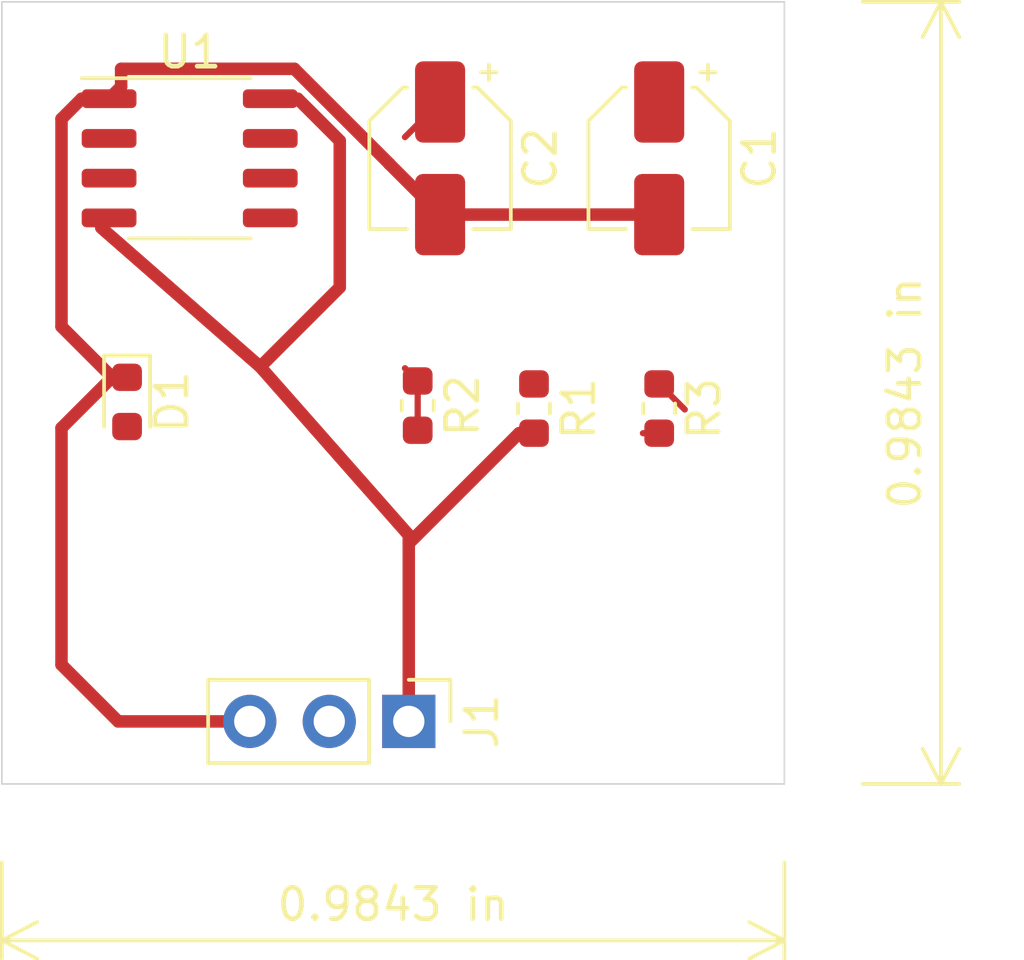
<source format=kicad_pcb>
(kicad_pcb (version 20171130) (host pcbnew "(5.1.5)-3")

  (general
    (thickness 1.6)
    (drawings 6)
    (tracks 39)
    (zones 0)
    (modules 9)
    (nets 6)
  )

  (page A4)
  (layers
    (0 F.Cu signal)
    (31 B.Cu signal hide)
    (32 B.Adhes user)
    (33 F.Adhes user)
    (34 B.Paste user)
    (35 F.Paste user)
    (36 B.SilkS user)
    (37 F.SilkS user)
    (38 B.Mask user)
    (39 F.Mask user)
    (40 Dwgs.User user)
    (41 Cmts.User user)
    (42 Eco1.User user)
    (43 Eco2.User user)
    (44 Edge.Cuts user)
    (45 Margin user)
    (46 B.CrtYd user)
    (47 F.CrtYd user)
    (48 B.Fab user)
    (49 F.Fab user)
  )

  (setup
    (last_trace_width 0.4)
    (user_trace_width 0.2)
    (user_trace_width 0.4)
    (user_trace_width 0.6)
    (user_trace_width 0.8)
    (user_trace_width 1)
    (user_trace_width 1.2)
    (user_trace_width 1.6)
    (user_trace_width 2)
    (trace_clearance 0.2)
    (zone_clearance 0.508)
    (zone_45_only no)
    (trace_min 0.1524)
    (via_size 0.6)
    (via_drill 0.3)
    (via_min_size 0.5)
    (via_min_drill 0.2)
    (user_via 0.9 0.5)
    (user_via 1.2 0.8)
    (user_via 1.4 0.9)
    (user_via 1.5 1)
    (uvia_size 0.3)
    (uvia_drill 0.1)
    (uvias_allowed no)
    (uvia_min_size 0.2)
    (uvia_min_drill 0.1)
    (edge_width 0.05)
    (segment_width 0.2)
    (pcb_text_width 0.3)
    (pcb_text_size 1.5 1.5)
    (mod_edge_width 0.12)
    (mod_text_size 1 1)
    (mod_text_width 0.15)
    (pad_size 1.524 1.524)
    (pad_drill 0.762)
    (pad_to_mask_clearance 0.051)
    (solder_mask_min_width 0.25)
    (aux_axis_origin 39.5 173)
    (grid_origin 39.5 173)
    (visible_elements 7FFDFF7F)
    (pcbplotparams
      (layerselection 0x010fc_ffffffff)
      (usegerberextensions false)
      (usegerberattributes false)
      (usegerberadvancedattributes false)
      (creategerberjobfile false)
      (excludeedgelayer true)
      (linewidth 0.100000)
      (plotframeref false)
      (viasonmask false)
      (mode 1)
      (useauxorigin false)
      (hpglpennumber 1)
      (hpglpenspeed 20)
      (hpglpendiameter 15.000000)
      (psnegative false)
      (psa4output false)
      (plotreference true)
      (plotvalue true)
      (plotinvisibletext false)
      (padsonsilk false)
      (subtractmaskfromsilk false)
      (outputformat 1)
      (mirror false)
      (drillshape 1)
      (scaleselection 1)
      (outputdirectory ""))
  )

  (net 0 "")
  (net 1 GND)
  (net 2 "Net-(C1-Pad1)")
  (net 3 /OUT)
  (net 4 "Net-(D1-Pad2)")
  (net 5 VCC)

  (net_class Default "これはデフォルトのネット クラスです。"
    (clearance 0.2)
    (trace_width 0.2)
    (via_dia 0.6)
    (via_drill 0.3)
    (uvia_dia 0.3)
    (uvia_drill 0.1)
    (add_net /OUT)
    (add_net GND)
    (add_net "Net-(C1-Pad1)")
    (add_net "Net-(D1-Pad2)")
    (add_net VCC)
  )

  (module MountingHole:MountingHole_3.2mm_M3 (layer F.Cu) (tedit 56D1B4CB) (tstamp 60C29D49)
    (at 60.5 169)
    (descr "Mounting Hole 3.2mm, no annular, M3")
    (tags "mounting hole 3.2mm no annular m3")
    (attr virtual)
    (fp_text reference MH1 (at 0 -4.2) (layer F.SilkS) hide
      (effects (font (size 1 1) (thickness 0.15)))
    )
    (fp_text value MountingHole_3.2mm_M3 (at 0 4.2) (layer F.Fab) hide
      (effects (font (size 1 1) (thickness 0.15)))
    )
    (fp_circle (center 0 0) (end 3.45 0) (layer F.CrtYd) (width 0.05))
    (fp_circle (center 0 0) (end 3.2 0) (layer Cmts.User) (width 0.15))
    (fp_text user %R (at 0.3 0) (layer F.Fab) hide
      (effects (font (size 1 1) (thickness 0.15)))
    )
    (pad 1 np_thru_hole circle (at 0 0) (size 3.2 3.2) (drill 3.2) (layers *.Cu *.Mask))
  )

  (module Capacitor_SMD:CP_Elec_4x4.5 (layer F.Cu) (tedit 5BCA39CF) (tstamp 60C2A59A)
    (at 60.5 153 270)
    (descr "SMD capacitor, aluminum electrolytic, Nichicon, 4.0x4.5mm")
    (tags "capacitor electrolytic")
    (path /60C0B832)
    (attr smd)
    (fp_text reference C1 (at 0 -3.2 90) (layer F.SilkS)
      (effects (font (size 1 1) (thickness 0.15)))
    )
    (fp_text value 0.1u (at 0 3.2 90) (layer F.Fab)
      (effects (font (size 1 1) (thickness 0.15)))
    )
    (fp_text user %R (at 0 0 90) (layer F.Fab)
      (effects (font (size 0.8 0.8) (thickness 0.12)))
    )
    (fp_line (start -3.35 1.05) (end -2.4 1.05) (layer F.CrtYd) (width 0.05))
    (fp_line (start -3.35 -1.05) (end -3.35 1.05) (layer F.CrtYd) (width 0.05))
    (fp_line (start -2.4 -1.05) (end -3.35 -1.05) (layer F.CrtYd) (width 0.05))
    (fp_line (start -2.4 1.05) (end -2.4 1.25) (layer F.CrtYd) (width 0.05))
    (fp_line (start -2.4 -1.25) (end -2.4 -1.05) (layer F.CrtYd) (width 0.05))
    (fp_line (start -2.4 -1.25) (end -1.25 -2.4) (layer F.CrtYd) (width 0.05))
    (fp_line (start -2.4 1.25) (end -1.25 2.4) (layer F.CrtYd) (width 0.05))
    (fp_line (start -1.25 -2.4) (end 2.4 -2.4) (layer F.CrtYd) (width 0.05))
    (fp_line (start -1.25 2.4) (end 2.4 2.4) (layer F.CrtYd) (width 0.05))
    (fp_line (start 2.4 1.05) (end 2.4 2.4) (layer F.CrtYd) (width 0.05))
    (fp_line (start 3.35 1.05) (end 2.4 1.05) (layer F.CrtYd) (width 0.05))
    (fp_line (start 3.35 -1.05) (end 3.35 1.05) (layer F.CrtYd) (width 0.05))
    (fp_line (start 2.4 -1.05) (end 3.35 -1.05) (layer F.CrtYd) (width 0.05))
    (fp_line (start 2.4 -2.4) (end 2.4 -1.05) (layer F.CrtYd) (width 0.05))
    (fp_line (start -2.75 -1.81) (end -2.75 -1.31) (layer F.SilkS) (width 0.12))
    (fp_line (start -3 -1.56) (end -2.5 -1.56) (layer F.SilkS) (width 0.12))
    (fp_line (start -2.26 1.195563) (end -1.195563 2.26) (layer F.SilkS) (width 0.12))
    (fp_line (start -2.26 -1.195563) (end -1.195563 -2.26) (layer F.SilkS) (width 0.12))
    (fp_line (start -2.26 -1.195563) (end -2.26 -1.06) (layer F.SilkS) (width 0.12))
    (fp_line (start -2.26 1.195563) (end -2.26 1.06) (layer F.SilkS) (width 0.12))
    (fp_line (start -1.195563 2.26) (end 2.26 2.26) (layer F.SilkS) (width 0.12))
    (fp_line (start -1.195563 -2.26) (end 2.26 -2.26) (layer F.SilkS) (width 0.12))
    (fp_line (start 2.26 -2.26) (end 2.26 -1.06) (layer F.SilkS) (width 0.12))
    (fp_line (start 2.26 2.26) (end 2.26 1.06) (layer F.SilkS) (width 0.12))
    (fp_line (start -1.374773 -1.2) (end -1.374773 -0.8) (layer F.Fab) (width 0.1))
    (fp_line (start -1.574773 -1) (end -1.174773 -1) (layer F.Fab) (width 0.1))
    (fp_line (start -2.15 1.15) (end -1.15 2.15) (layer F.Fab) (width 0.1))
    (fp_line (start -2.15 -1.15) (end -1.15 -2.15) (layer F.Fab) (width 0.1))
    (fp_line (start -2.15 -1.15) (end -2.15 1.15) (layer F.Fab) (width 0.1))
    (fp_line (start -1.15 2.15) (end 2.15 2.15) (layer F.Fab) (width 0.1))
    (fp_line (start -1.15 -2.15) (end 2.15 -2.15) (layer F.Fab) (width 0.1))
    (fp_line (start 2.15 -2.15) (end 2.15 2.15) (layer F.Fab) (width 0.1))
    (fp_circle (center 0 0) (end 2 0) (layer F.Fab) (width 0.1))
    (pad 2 smd roundrect (at 1.8 0 270) (size 2.6 1.6) (layers F.Cu F.Paste F.Mask) (roundrect_rratio 0.15625)
      (net 1 GND))
    (pad 1 smd roundrect (at -1.8 0 270) (size 2.6 1.6) (layers F.Cu F.Paste F.Mask) (roundrect_rratio 0.15625)
      (net 2 "Net-(C1-Pad1)"))
    (model ${KISYS3DMOD}/Capacitor_SMD.3dshapes/CP_Elec_4x4.5.wrl
      (at (xyz 0 0 0))
      (scale (xyz 1 1 1))
      (rotate (xyz 0 0 0))
    )
  )

  (module Capacitor_SMD:CP_Elec_4x4.5 (layer F.Cu) (tedit 5BCA39CF) (tstamp 60C2A5C2)
    (at 53.5 153 270)
    (descr "SMD capacitor, aluminum electrolytic, Nichicon, 4.0x4.5mm")
    (tags "capacitor electrolytic")
    (path /60C0B2FC)
    (attr smd)
    (fp_text reference C2 (at 0 -3.2 90) (layer F.SilkS)
      (effects (font (size 1 1) (thickness 0.15)))
    )
    (fp_text value 10u (at 0 3.2 90) (layer F.Fab)
      (effects (font (size 1 1) (thickness 0.15)))
    )
    (fp_circle (center 0 0) (end 2 0) (layer F.Fab) (width 0.1))
    (fp_line (start 2.15 -2.15) (end 2.15 2.15) (layer F.Fab) (width 0.1))
    (fp_line (start -1.15 -2.15) (end 2.15 -2.15) (layer F.Fab) (width 0.1))
    (fp_line (start -1.15 2.15) (end 2.15 2.15) (layer F.Fab) (width 0.1))
    (fp_line (start -2.15 -1.15) (end -2.15 1.15) (layer F.Fab) (width 0.1))
    (fp_line (start -2.15 -1.15) (end -1.15 -2.15) (layer F.Fab) (width 0.1))
    (fp_line (start -2.15 1.15) (end -1.15 2.15) (layer F.Fab) (width 0.1))
    (fp_line (start -1.574773 -1) (end -1.174773 -1) (layer F.Fab) (width 0.1))
    (fp_line (start -1.374773 -1.2) (end -1.374773 -0.8) (layer F.Fab) (width 0.1))
    (fp_line (start 2.26 2.26) (end 2.26 1.06) (layer F.SilkS) (width 0.12))
    (fp_line (start 2.26 -2.26) (end 2.26 -1.06) (layer F.SilkS) (width 0.12))
    (fp_line (start -1.195563 -2.26) (end 2.26 -2.26) (layer F.SilkS) (width 0.12))
    (fp_line (start -1.195563 2.26) (end 2.26 2.26) (layer F.SilkS) (width 0.12))
    (fp_line (start -2.26 1.195563) (end -2.26 1.06) (layer F.SilkS) (width 0.12))
    (fp_line (start -2.26 -1.195563) (end -2.26 -1.06) (layer F.SilkS) (width 0.12))
    (fp_line (start -2.26 -1.195563) (end -1.195563 -2.26) (layer F.SilkS) (width 0.12))
    (fp_line (start -2.26 1.195563) (end -1.195563 2.26) (layer F.SilkS) (width 0.12))
    (fp_line (start -3 -1.56) (end -2.5 -1.56) (layer F.SilkS) (width 0.12))
    (fp_line (start -2.75 -1.81) (end -2.75 -1.31) (layer F.SilkS) (width 0.12))
    (fp_line (start 2.4 -2.4) (end 2.4 -1.05) (layer F.CrtYd) (width 0.05))
    (fp_line (start 2.4 -1.05) (end 3.35 -1.05) (layer F.CrtYd) (width 0.05))
    (fp_line (start 3.35 -1.05) (end 3.35 1.05) (layer F.CrtYd) (width 0.05))
    (fp_line (start 3.35 1.05) (end 2.4 1.05) (layer F.CrtYd) (width 0.05))
    (fp_line (start 2.4 1.05) (end 2.4 2.4) (layer F.CrtYd) (width 0.05))
    (fp_line (start -1.25 2.4) (end 2.4 2.4) (layer F.CrtYd) (width 0.05))
    (fp_line (start -1.25 -2.4) (end 2.4 -2.4) (layer F.CrtYd) (width 0.05))
    (fp_line (start -2.4 1.25) (end -1.25 2.4) (layer F.CrtYd) (width 0.05))
    (fp_line (start -2.4 -1.25) (end -1.25 -2.4) (layer F.CrtYd) (width 0.05))
    (fp_line (start -2.4 -1.25) (end -2.4 -1.05) (layer F.CrtYd) (width 0.05))
    (fp_line (start -2.4 1.05) (end -2.4 1.25) (layer F.CrtYd) (width 0.05))
    (fp_line (start -2.4 -1.05) (end -3.35 -1.05) (layer F.CrtYd) (width 0.05))
    (fp_line (start -3.35 -1.05) (end -3.35 1.05) (layer F.CrtYd) (width 0.05))
    (fp_line (start -3.35 1.05) (end -2.4 1.05) (layer F.CrtYd) (width 0.05))
    (fp_text user %R (at 0 0 90) (layer F.Fab)
      (effects (font (size 0.8 0.8) (thickness 0.12)))
    )
    (pad 1 smd roundrect (at -1.8 0 270) (size 2.6 1.6) (layers F.Cu F.Paste F.Mask) (roundrect_rratio 0.15625)
      (net 3 /OUT))
    (pad 2 smd roundrect (at 1.8 0 270) (size 2.6 1.6) (layers F.Cu F.Paste F.Mask) (roundrect_rratio 0.15625)
      (net 1 GND))
    (model ${KISYS3DMOD}/Capacitor_SMD.3dshapes/CP_Elec_4x4.5.wrl
      (at (xyz 0 0 0))
      (scale (xyz 1 1 1))
      (rotate (xyz 0 0 0))
    )
  )

  (module LED_SMD:LED_0603_1608Metric (layer F.Cu) (tedit 5B301BBE) (tstamp 60C2A5D5)
    (at 43.5 160.788 270)
    (descr "LED SMD 0603 (1608 Metric), square (rectangular) end terminal, IPC_7351 nominal, (Body size source: http://www.tortai-tech.com/upload/download/2011102023233369053.pdf), generated with kicad-footprint-generator")
    (tags diode)
    (path /60C0BC49)
    (attr smd)
    (fp_text reference D1 (at 0 -1.43 90) (layer F.SilkS)
      (effects (font (size 1 1) (thickness 0.15)))
    )
    (fp_text value LED (at 0 1.43 90) (layer F.Fab)
      (effects (font (size 1 1) (thickness 0.15)))
    )
    (fp_line (start 0.8 -0.4) (end -0.5 -0.4) (layer F.Fab) (width 0.1))
    (fp_line (start -0.5 -0.4) (end -0.8 -0.1) (layer F.Fab) (width 0.1))
    (fp_line (start -0.8 -0.1) (end -0.8 0.4) (layer F.Fab) (width 0.1))
    (fp_line (start -0.8 0.4) (end 0.8 0.4) (layer F.Fab) (width 0.1))
    (fp_line (start 0.8 0.4) (end 0.8 -0.4) (layer F.Fab) (width 0.1))
    (fp_line (start 0.8 -0.735) (end -1.485 -0.735) (layer F.SilkS) (width 0.12))
    (fp_line (start -1.485 -0.735) (end -1.485 0.735) (layer F.SilkS) (width 0.12))
    (fp_line (start -1.485 0.735) (end 0.8 0.735) (layer F.SilkS) (width 0.12))
    (fp_line (start -1.48 0.73) (end -1.48 -0.73) (layer F.CrtYd) (width 0.05))
    (fp_line (start -1.48 -0.73) (end 1.48 -0.73) (layer F.CrtYd) (width 0.05))
    (fp_line (start 1.48 -0.73) (end 1.48 0.73) (layer F.CrtYd) (width 0.05))
    (fp_line (start 1.48 0.73) (end -1.48 0.73) (layer F.CrtYd) (width 0.05))
    (fp_text user %R (at 0 0 90) (layer F.Fab)
      (effects (font (size 0.4 0.4) (thickness 0.06)))
    )
    (pad 1 smd roundrect (at -0.7875 0 270) (size 0.875 0.95) (layers F.Cu F.Paste F.Mask) (roundrect_rratio 0.25)
      (net 1 GND))
    (pad 2 smd roundrect (at 0.7875 0 270) (size 0.875 0.95) (layers F.Cu F.Paste F.Mask) (roundrect_rratio 0.25)
      (net 4 "Net-(D1-Pad2)"))
    (model ${KISYS3DMOD}/LED_SMD.3dshapes/LED_0603_1608Metric.wrl
      (at (xyz 0 0 0))
      (scale (xyz 1 1 1))
      (rotate (xyz 0 0 0))
    )
  )

  (module Connector_PinHeader_2.54mm:PinHeader_1x03_P2.54mm_Vertical (layer F.Cu) (tedit 59FED5CC) (tstamp 60C2A5EC)
    (at 52.5 171 270)
    (descr "Through hole straight pin header, 1x03, 2.54mm pitch, single row")
    (tags "Through hole pin header THT 1x03 2.54mm single row")
    (path /60C2C4A7)
    (fp_text reference J1 (at 0 -2.33 90) (layer F.SilkS)
      (effects (font (size 1 1) (thickness 0.15)))
    )
    (fp_text value Conn_01x03_Male (at 0 7.41 90) (layer F.Fab)
      (effects (font (size 1 1) (thickness 0.15)))
    )
    (fp_line (start -0.635 -1.27) (end 1.27 -1.27) (layer F.Fab) (width 0.1))
    (fp_line (start 1.27 -1.27) (end 1.27 6.35) (layer F.Fab) (width 0.1))
    (fp_line (start 1.27 6.35) (end -1.27 6.35) (layer F.Fab) (width 0.1))
    (fp_line (start -1.27 6.35) (end -1.27 -0.635) (layer F.Fab) (width 0.1))
    (fp_line (start -1.27 -0.635) (end -0.635 -1.27) (layer F.Fab) (width 0.1))
    (fp_line (start -1.33 6.41) (end 1.33 6.41) (layer F.SilkS) (width 0.12))
    (fp_line (start -1.33 1.27) (end -1.33 6.41) (layer F.SilkS) (width 0.12))
    (fp_line (start 1.33 1.27) (end 1.33 6.41) (layer F.SilkS) (width 0.12))
    (fp_line (start -1.33 1.27) (end 1.33 1.27) (layer F.SilkS) (width 0.12))
    (fp_line (start -1.33 0) (end -1.33 -1.33) (layer F.SilkS) (width 0.12))
    (fp_line (start -1.33 -1.33) (end 0 -1.33) (layer F.SilkS) (width 0.12))
    (fp_line (start -1.8 -1.8) (end -1.8 6.85) (layer F.CrtYd) (width 0.05))
    (fp_line (start -1.8 6.85) (end 1.8 6.85) (layer F.CrtYd) (width 0.05))
    (fp_line (start 1.8 6.85) (end 1.8 -1.8) (layer F.CrtYd) (width 0.05))
    (fp_line (start 1.8 -1.8) (end -1.8 -1.8) (layer F.CrtYd) (width 0.05))
    (fp_text user %R (at 0 2.54) (layer F.Fab)
      (effects (font (size 1 1) (thickness 0.15)))
    )
    (pad 1 thru_hole rect (at 0 0 270) (size 1.7 1.7) (drill 1) (layers *.Cu *.Mask)
      (net 5 VCC))
    (pad 2 thru_hole oval (at 0 2.54 270) (size 1.7 1.7) (drill 1) (layers *.Cu *.Mask)
      (net 3 /OUT))
    (pad 3 thru_hole oval (at 0 5.08 270) (size 1.7 1.7) (drill 1) (layers *.Cu *.Mask)
      (net 1 GND))
    (model ${KISYS3DMOD}/Connector_PinHeader_2.54mm.3dshapes/PinHeader_1x03_P2.54mm_Vertical.wrl
      (at (xyz 0 0 0))
      (scale (xyz 1 1 1))
      (rotate (xyz 0 0 0))
    )
  )

  (module Resistor_SMD:R_0603_1608Metric (layer F.Cu) (tedit 5B301BBD) (tstamp 60C2A5FD)
    (at 56.5 161 270)
    (descr "Resistor SMD 0603 (1608 Metric), square (rectangular) end terminal, IPC_7351 nominal, (Body size source: http://www.tortai-tech.com/upload/download/2011102023233369053.pdf), generated with kicad-footprint-generator")
    (tags resistor)
    (path /60C34DCF)
    (attr smd)
    (fp_text reference R1 (at 0 -1.43 90) (layer F.SilkS)
      (effects (font (size 1 1) (thickness 0.15)))
    )
    (fp_text value 330 (at 0 1.43 90) (layer F.Fab)
      (effects (font (size 1 1) (thickness 0.15)))
    )
    (fp_line (start -0.8 0.4) (end -0.8 -0.4) (layer F.Fab) (width 0.1))
    (fp_line (start -0.8 -0.4) (end 0.8 -0.4) (layer F.Fab) (width 0.1))
    (fp_line (start 0.8 -0.4) (end 0.8 0.4) (layer F.Fab) (width 0.1))
    (fp_line (start 0.8 0.4) (end -0.8 0.4) (layer F.Fab) (width 0.1))
    (fp_line (start -0.162779 -0.51) (end 0.162779 -0.51) (layer F.SilkS) (width 0.12))
    (fp_line (start -0.162779 0.51) (end 0.162779 0.51) (layer F.SilkS) (width 0.12))
    (fp_line (start -1.48 0.73) (end -1.48 -0.73) (layer F.CrtYd) (width 0.05))
    (fp_line (start -1.48 -0.73) (end 1.48 -0.73) (layer F.CrtYd) (width 0.05))
    (fp_line (start 1.48 -0.73) (end 1.48 0.73) (layer F.CrtYd) (width 0.05))
    (fp_line (start 1.48 0.73) (end -1.48 0.73) (layer F.CrtYd) (width 0.05))
    (fp_text user %R (at 0 0 90) (layer F.Fab)
      (effects (font (size 0.4 0.4) (thickness 0.06)))
    )
    (pad 1 smd roundrect (at -0.7875 0 270) (size 0.875 0.95) (layers F.Cu F.Paste F.Mask) (roundrect_rratio 0.25)
      (net 3 /OUT))
    (pad 2 smd roundrect (at 0.7875 0 270) (size 0.875 0.95) (layers F.Cu F.Paste F.Mask) (roundrect_rratio 0.25)
      (net 5 VCC))
    (model ${KISYS3DMOD}/Resistor_SMD.3dshapes/R_0603_1608Metric.wrl
      (at (xyz 0 0 0))
      (scale (xyz 1 1 1))
      (rotate (xyz 0 0 0))
    )
  )

  (module Resistor_SMD:R_0603_1608Metric (layer F.Cu) (tedit 5B301BBD) (tstamp 60C2A60E)
    (at 52.785 160.905 270)
    (descr "Resistor SMD 0603 (1608 Metric), square (rectangular) end terminal, IPC_7351 nominal, (Body size source: http://www.tortai-tech.com/upload/download/2011102023233369053.pdf), generated with kicad-footprint-generator")
    (tags resistor)
    (path /60C371C9)
    (attr smd)
    (fp_text reference R2 (at 0 -1.43 90) (layer F.SilkS)
      (effects (font (size 1 1) (thickness 0.15)))
    )
    (fp_text value 47K (at 0 1.43 90) (layer F.Fab)
      (effects (font (size 1 1) (thickness 0.15)))
    )
    (fp_text user %R (at 0 0 90) (layer F.Fab)
      (effects (font (size 0.4 0.4) (thickness 0.06)))
    )
    (fp_line (start 1.48 0.73) (end -1.48 0.73) (layer F.CrtYd) (width 0.05))
    (fp_line (start 1.48 -0.73) (end 1.48 0.73) (layer F.CrtYd) (width 0.05))
    (fp_line (start -1.48 -0.73) (end 1.48 -0.73) (layer F.CrtYd) (width 0.05))
    (fp_line (start -1.48 0.73) (end -1.48 -0.73) (layer F.CrtYd) (width 0.05))
    (fp_line (start -0.162779 0.51) (end 0.162779 0.51) (layer F.SilkS) (width 0.12))
    (fp_line (start -0.162779 -0.51) (end 0.162779 -0.51) (layer F.SilkS) (width 0.12))
    (fp_line (start 0.8 0.4) (end -0.8 0.4) (layer F.Fab) (width 0.1))
    (fp_line (start 0.8 -0.4) (end 0.8 0.4) (layer F.Fab) (width 0.1))
    (fp_line (start -0.8 -0.4) (end 0.8 -0.4) (layer F.Fab) (width 0.1))
    (fp_line (start -0.8 0.4) (end -0.8 -0.4) (layer F.Fab) (width 0.1))
    (pad 2 smd roundrect (at 0.7875 0 270) (size 0.875 0.95) (layers F.Cu F.Paste F.Mask) (roundrect_rratio 0.25)
      (net 3 /OUT))
    (pad 1 smd roundrect (at -0.7875 0 270) (size 0.875 0.95) (layers F.Cu F.Paste F.Mask) (roundrect_rratio 0.25)
      (net 3 /OUT))
    (model ${KISYS3DMOD}/Resistor_SMD.3dshapes/R_0603_1608Metric.wrl
      (at (xyz 0 0 0))
      (scale (xyz 1 1 1))
      (rotate (xyz 0 0 0))
    )
  )

  (module Resistor_SMD:R_0603_1608Metric (layer F.Cu) (tedit 5B301BBD) (tstamp 60C2A61F)
    (at 60.5 161 270)
    (descr "Resistor SMD 0603 (1608 Metric), square (rectangular) end terminal, IPC_7351 nominal, (Body size source: http://www.tortai-tech.com/upload/download/2011102023233369053.pdf), generated with kicad-footprint-generator")
    (tags resistor)
    (path /60C3728A)
    (attr smd)
    (fp_text reference R3 (at 0 -1.43 90) (layer F.SilkS)
      (effects (font (size 1 1) (thickness 0.15)))
    )
    (fp_text value 330 (at 0 1.43 90) (layer F.Fab)
      (effects (font (size 1 1) (thickness 0.15)))
    )
    (fp_line (start -0.8 0.4) (end -0.8 -0.4) (layer F.Fab) (width 0.1))
    (fp_line (start -0.8 -0.4) (end 0.8 -0.4) (layer F.Fab) (width 0.1))
    (fp_line (start 0.8 -0.4) (end 0.8 0.4) (layer F.Fab) (width 0.1))
    (fp_line (start 0.8 0.4) (end -0.8 0.4) (layer F.Fab) (width 0.1))
    (fp_line (start -0.162779 -0.51) (end 0.162779 -0.51) (layer F.SilkS) (width 0.12))
    (fp_line (start -0.162779 0.51) (end 0.162779 0.51) (layer F.SilkS) (width 0.12))
    (fp_line (start -1.48 0.73) (end -1.48 -0.73) (layer F.CrtYd) (width 0.05))
    (fp_line (start -1.48 -0.73) (end 1.48 -0.73) (layer F.CrtYd) (width 0.05))
    (fp_line (start 1.48 -0.73) (end 1.48 0.73) (layer F.CrtYd) (width 0.05))
    (fp_line (start 1.48 0.73) (end -1.48 0.73) (layer F.CrtYd) (width 0.05))
    (fp_text user %R (at 0 0) (layer F.Fab)
      (effects (font (size 0.4 0.4) (thickness 0.06)))
    )
    (pad 1 smd roundrect (at -0.7875 0 270) (size 0.875 0.95) (layers F.Cu F.Paste F.Mask) (roundrect_rratio 0.25)
      (net 4 "Net-(D1-Pad2)"))
    (pad 2 smd roundrect (at 0.7875 0 270) (size 0.875 0.95) (layers F.Cu F.Paste F.Mask) (roundrect_rratio 0.25)
      (net 3 /OUT))
    (model ${KISYS3DMOD}/Resistor_SMD.3dshapes/R_0603_1608Metric.wrl
      (at (xyz 0 0 0))
      (scale (xyz 1 1 1))
      (rotate (xyz 0 0 0))
    )
  )

  (module Package_SO:SO-8_3.9x4.9mm_P1.27mm (layer F.Cu) (tedit 5D9F72B1) (tstamp 60C2A639)
    (at 45.5 153)
    (descr "SO, 8 Pin (https://www.nxp.com/docs/en/data-sheet/PCF8523.pdf), generated with kicad-footprint-generator ipc_gullwing_generator.py")
    (tags "SO SO")
    (path /60C60BCA)
    (attr smd)
    (fp_text reference U1 (at 0 -3.4) (layer F.SilkS)
      (effects (font (size 1 1) (thickness 0.15)))
    )
    (fp_text value LM555 (at 0 3.4) (layer F.Fab)
      (effects (font (size 1 1) (thickness 0.15)))
    )
    (fp_line (start 0 2.56) (end 1.95 2.56) (layer F.SilkS) (width 0.12))
    (fp_line (start 0 2.56) (end -1.95 2.56) (layer F.SilkS) (width 0.12))
    (fp_line (start 0 -2.56) (end 1.95 -2.56) (layer F.SilkS) (width 0.12))
    (fp_line (start 0 -2.56) (end -3.45 -2.56) (layer F.SilkS) (width 0.12))
    (fp_line (start -0.975 -2.45) (end 1.95 -2.45) (layer F.Fab) (width 0.1))
    (fp_line (start 1.95 -2.45) (end 1.95 2.45) (layer F.Fab) (width 0.1))
    (fp_line (start 1.95 2.45) (end -1.95 2.45) (layer F.Fab) (width 0.1))
    (fp_line (start -1.95 2.45) (end -1.95 -1.475) (layer F.Fab) (width 0.1))
    (fp_line (start -1.95 -1.475) (end -0.975 -2.45) (layer F.Fab) (width 0.1))
    (fp_line (start -3.7 -2.7) (end -3.7 2.7) (layer F.CrtYd) (width 0.05))
    (fp_line (start -3.7 2.7) (end 3.7 2.7) (layer F.CrtYd) (width 0.05))
    (fp_line (start 3.7 2.7) (end 3.7 -2.7) (layer F.CrtYd) (width 0.05))
    (fp_line (start 3.7 -2.7) (end -3.7 -2.7) (layer F.CrtYd) (width 0.05))
    (fp_text user %R (at 0 0) (layer F.Fab)
      (effects (font (size 0.98 0.98) (thickness 0.15)))
    )
    (pad 1 smd roundrect (at -2.575 -1.905) (size 1.75 0.6) (layers F.Cu F.Paste F.Mask) (roundrect_rratio 0.25)
      (net 1 GND))
    (pad 2 smd roundrect (at -2.575 -0.635) (size 1.75 0.6) (layers F.Cu F.Paste F.Mask) (roundrect_rratio 0.25)
      (net 3 /OUT))
    (pad 3 smd roundrect (at -2.575 0.635) (size 1.75 0.6) (layers F.Cu F.Paste F.Mask) (roundrect_rratio 0.25)
      (net 3 /OUT))
    (pad 4 smd roundrect (at -2.575 1.905) (size 1.75 0.6) (layers F.Cu F.Paste F.Mask) (roundrect_rratio 0.25)
      (net 5 VCC))
    (pad 5 smd roundrect (at 2.575 1.905) (size 1.75 0.6) (layers F.Cu F.Paste F.Mask) (roundrect_rratio 0.25)
      (net 2 "Net-(C1-Pad1)"))
    (pad 6 smd roundrect (at 2.575 0.635) (size 1.75 0.6) (layers F.Cu F.Paste F.Mask) (roundrect_rratio 0.25)
      (net 3 /OUT))
    (pad 7 smd roundrect (at 2.575 -0.635) (size 1.75 0.6) (layers F.Cu F.Paste F.Mask) (roundrect_rratio 0.25)
      (net 3 /OUT))
    (pad 8 smd roundrect (at 2.575 -1.905) (size 1.75 0.6) (layers F.Cu F.Paste F.Mask) (roundrect_rratio 0.25)
      (net 5 VCC))
    (model ${KISYS3DMOD}/Package_SO.3dshapes/SO-8_3.9x4.9mm_P1.27mm.wrl
      (at (xyz 0 0 0))
      (scale (xyz 1 1 1))
      (rotate (xyz 0 0 0))
    )
  )

  (dimension 25 (width 0.12) (layer F.SilkS)
    (gr_text "25.000 mm" (at 70.77 160.5 270) (layer F.SilkS)
      (effects (font (size 1 1) (thickness 0.15)))
    )
    (feature1 (pts (xy 67 173) (xy 70.086421 173)))
    (feature2 (pts (xy 67 148) (xy 70.086421 148)))
    (crossbar (pts (xy 69.5 148) (xy 69.5 173)))
    (arrow1a (pts (xy 69.5 173) (xy 68.913579 171.873496)))
    (arrow1b (pts (xy 69.5 173) (xy 70.086421 171.873496)))
    (arrow2a (pts (xy 69.5 148) (xy 68.913579 149.126504)))
    (arrow2b (pts (xy 69.5 148) (xy 70.086421 149.126504)))
  )
  (dimension 25 (width 0.12) (layer F.SilkS)
    (gr_text "25.000 mm" (at 52 179.27) (layer F.SilkS)
      (effects (font (size 1 1) (thickness 0.15)))
    )
    (feature1 (pts (xy 64.5 175.5) (xy 64.5 178.586421)))
    (feature2 (pts (xy 39.5 175.5) (xy 39.5 178.586421)))
    (crossbar (pts (xy 39.5 178) (xy 64.5 178)))
    (arrow1a (pts (xy 64.5 178) (xy 63.373496 178.586421)))
    (arrow1b (pts (xy 64.5 178) (xy 63.373496 177.413579)))
    (arrow2a (pts (xy 39.5 178) (xy 40.626504 178.586421)))
    (arrow2b (pts (xy 39.5 178) (xy 40.626504 177.413579)))
  )
  (gr_line (start 39.5 148) (end 39.5 173) (layer Edge.Cuts) (width 0.05) (tstamp 60C1A200))
  (gr_line (start 64.5 148) (end 39.5 148) (layer Edge.Cuts) (width 0.05))
  (gr_line (start 64.5 173) (end 64.5 148) (layer Edge.Cuts) (width 0.05))
  (gr_line (start 39.5 173) (end 64.5 173) (layer Edge.Cuts) (width 0.05))

  (segment (start 47.42 171) (end 43.215 171) (width 0.4) (layer F.Cu) (net 1))
  (segment (start 43.215 171) (end 41.405 169.19) (width 0.4) (layer F.Cu) (net 1))
  (segment (start 43.025 160.0005) (end 43.5 160.0005) (width 0.4) (layer F.Cu) (net 1))
  (segment (start 41.405 161.6205) (end 43.025 160.0005) (width 0.4) (layer F.Cu) (net 1))
  (segment (start 41.405 169.19) (end 41.405 161.6205) (width 0.4) (layer F.Cu) (net 1))
  (segment (start 43.025 160.0005) (end 41.405 158.3805) (width 0.4) (layer F.Cu) (net 1))
  (segment (start 42.05 151.095) (end 42.925 151.095) (width 0.4) (layer F.Cu) (net 1))
  (segment (start 41.405 151.74) (end 42.05 151.095) (width 0.4) (layer F.Cu) (net 1))
  (segment (start 41.405 158.3805) (end 41.405 151.74) (width 0.4) (layer F.Cu) (net 1))
  (segment (start 51.878292 153.17475) (end 48.843542 150.14) (width 0.4) (layer F.Cu) (net 1))
  (segment (start 53.5 154.8) (end 51.878292 153.178292) (width 0.4) (layer F.Cu) (net 1))
  (segment (start 51.878292 153.178292) (end 51.878292 153.17475) (width 0.4) (layer F.Cu) (net 1))
  (segment (start 48.843542 150.14) (end 43.31 150.14) (width 0.4) (layer F.Cu) (net 1))
  (segment (start 43.31 150.71) (end 42.925 151.095) (width 0.4) (layer F.Cu) (net 1))
  (segment (start 43.31 150.14) (end 43.31 150.71) (width 0.4) (layer F.Cu) (net 1))
  (segment (start 53.5 154.8) (end 60.5 154.8) (width 0.4) (layer F.Cu) (net 1))
  (segment (start 48.075 154.905) (end 47.8123 154.905) (width 0.2) (layer F.Cu) (net 2))
  (segment (start 48.075 153.635) (end 48.3718 153.635) (width 0.2) (layer F.Cu) (net 3))
  (segment (start 59.9817 161.7875) (end 60.5 161.7875) (width 0.2) (layer F.Cu) (net 3))
  (segment (start 47.7809 152.365) (end 48.075 152.365) (width 0.2) (layer F.Cu) (net 3))
  (segment (start 52.3783 152.3217) (end 53.5 151.2) (width 0.2) (layer F.Cu) (net 3))
  (segment (start 52.785 160.1175) (end 52.3783 159.7108) (width 0.2) (layer F.Cu) (net 3))
  (segment (start 52.785 160.1175) (end 52.785 160.2125) (width 0.2) (layer F.Cu) (net 3))
  (segment (start 52.785 160.2125) (end 52.785 161.6925) (width 0.2) (layer F.Cu) (net 3))
  (segment (start 60.5 160.2125) (end 61.3168 161.0293) (width 0.2) (layer F.Cu) (net 4))
  (segment (start 42.925 154.905) (end 42.675 155.155) (width 0.2) (layer F.Cu) (net 5))
  (segment (start 42.675 155.155) (end 42.675 155.22) (width 0.2) (layer F.Cu) (net 5))
  (segment (start 56.4995 161.788) (end 56.5 161.7875) (width 0.2) (layer F.Cu) (net 5))
  (segment (start 56.4995 161.788) (end 56.5 161.788) (width 0.4) (layer F.Cu) (net 5))
  (segment (start 52.5 165.312) (end 56.025 161.788) (width 0.4) (layer F.Cu) (net 5))
  (segment (start 56.025 161.788) (end 56.4995 161.788) (width 0.4) (layer F.Cu) (net 5))
  (segment (start 52.5 165.312) (end 52.5 165.045) (width 0.4) (layer F.Cu) (net 5))
  (segment (start 52.5 165.045) (end 47.755 159.665) (width 0.4) (layer F.Cu) (net 5))
  (segment (start 52.5 171) (end 52.5 165.312) (width 0.4) (layer F.Cu) (net 5))
  (segment (start 47.755 159.665) (end 42.675 155.22) (width 0.4) (layer F.Cu) (net 5))
  (segment (start 48.075 151.095) (end 48.95 151.095) (width 0.4) (layer F.Cu) (net 5))
  (segment (start 48.95 151.095) (end 50.295 152.44) (width 0.4) (layer F.Cu) (net 5))
  (segment (start 50.295 152.44) (end 50.295 157.125) (width 0.4) (layer F.Cu) (net 5))
  (segment (start 50.295 157.125) (end 47.755 159.665) (width 0.4) (layer F.Cu) (net 5))

  (zone (net 1) (net_name GND) (layer F.Cu) (tstamp 0) (hatch edge 0.508)
    (connect_pads (clearance 0.35))
    (min_thickness 0.254)
    (fill (arc_segments 32) (thermal_gap 0.508) (thermal_bridge_width 0.508))
    (polygon
      (pts
        (xy 64 172.5) (xy 40 172.5) (xy 40 148.5) (xy 64 148.5)
      )
    )
  )
  (zone (net 1) (net_name GND) (layer B.Cu) (tstamp 0) (hatch edge 0.508)
    (connect_pads (clearance 0.35))
    (min_thickness 0.254)
    (fill (arc_segments 32) (thermal_gap 0.508) (thermal_bridge_width 0.508))
    (polygon
      (pts
        (xy 64 172.5) (xy 40 172.5) (xy 40 148.5) (xy 64 148.5)
      )
    )
  )
)

</source>
